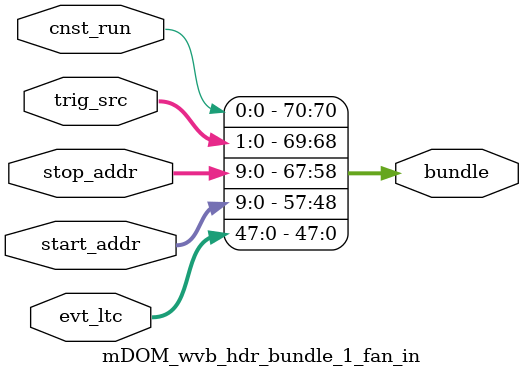
<source format=v>
module mDOM_wvb_hdr_bundle_1_fan_in
  (
   bundle,
   evt_ltc,
   start_addr,
   stop_addr,
   trig_src,
   cnst_run
  );

`include "mDOM_wvb_hdr_bundle_1_inc.v"

   output [70:0] bundle;
   input [47:0] evt_ltc;
   input [9:0] start_addr;
   input [9:0] stop_addr;
   input [1:0] trig_src;
   input [0:0] cnst_run;

assign bundle[47:0] = evt_ltc;
assign bundle[57:48] = start_addr;
assign bundle[67:58] = stop_addr;
assign bundle[69:68] = trig_src;
assign bundle[70:70] = cnst_run;


endmodule

</source>
